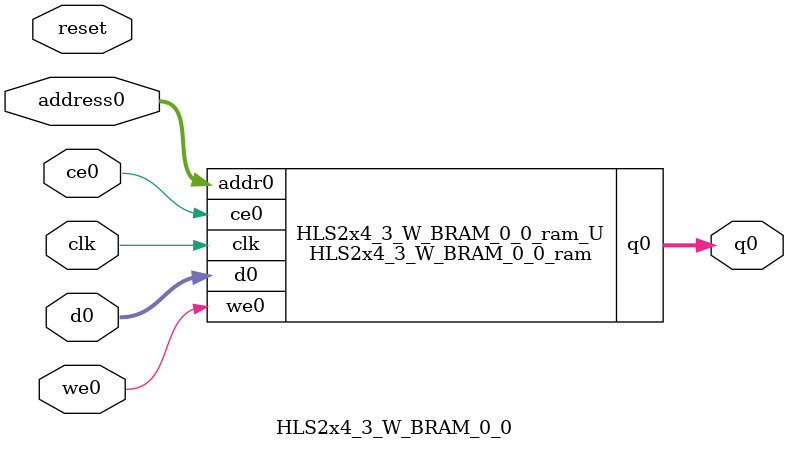
<source format=v>

`timescale 1 ns / 1 ps
module HLS2x4_3_W_BRAM_0_0_ram (addr0, ce0, d0, we0, q0,  clk);

parameter DWIDTH = 16;
parameter AWIDTH = 4;
parameter MEM_SIZE = 9;

input[AWIDTH-1:0] addr0;
input ce0;
input[DWIDTH-1:0] d0;
input we0;
output reg[DWIDTH-1:0] q0;
input clk;

(* ram_style = "distributed" *)reg [DWIDTH-1:0] ram[0:MEM_SIZE-1];




always @(posedge clk)  
begin 
    if (ce0) 
    begin
        if (we0) 
        begin 
            ram[addr0] <= d0; 
            q0 <= d0;
        end 
        else 
            q0 <= ram[addr0];
    end
end


endmodule


`timescale 1 ns / 1 ps
module HLS2x4_3_W_BRAM_0_0(
    reset,
    clk,
    address0,
    ce0,
    we0,
    d0,
    q0);

parameter DataWidth = 32'd16;
parameter AddressRange = 32'd9;
parameter AddressWidth = 32'd4;
input reset;
input clk;
input[AddressWidth - 1:0] address0;
input ce0;
input we0;
input[DataWidth - 1:0] d0;
output[DataWidth - 1:0] q0;



HLS2x4_3_W_BRAM_0_0_ram HLS2x4_3_W_BRAM_0_0_ram_U(
    .clk( clk ),
    .addr0( address0 ),
    .ce0( ce0 ),
    .d0( d0 ),
    .we0( we0 ),
    .q0( q0 ));

endmodule


</source>
